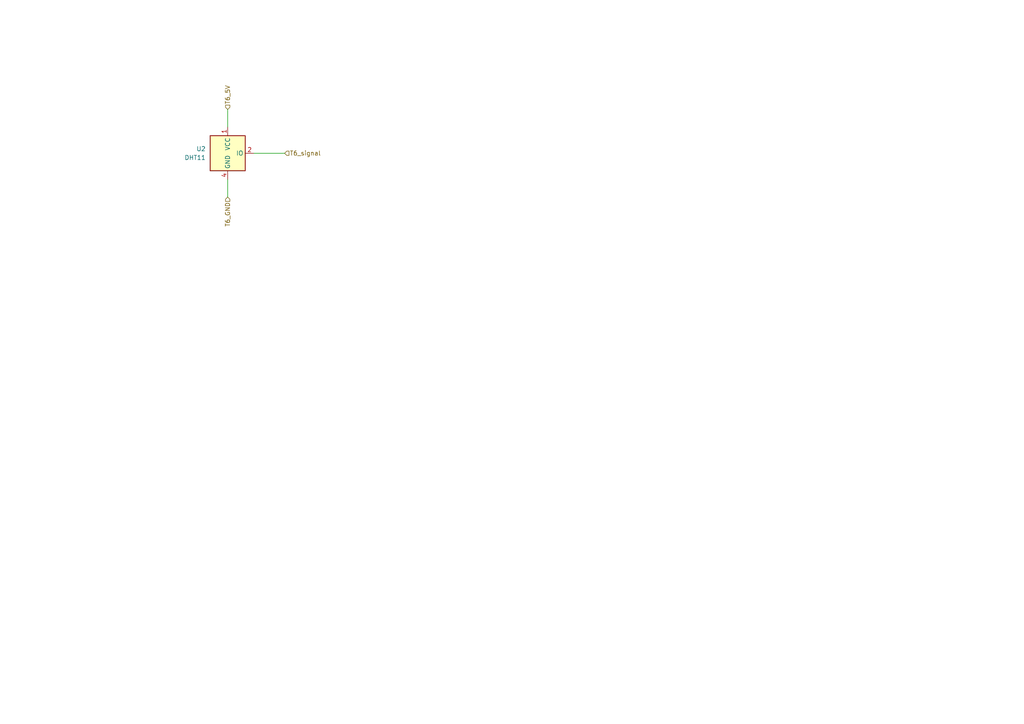
<source format=kicad_sch>
(kicad_sch (version 20230121) (generator eeschema)
  (paper "A4")
  (lib_symbols
    (symbol "Sensor:DHT11"
      (property "Reference" "U" (at -3.81 6.35 0))
      (property "Value" "DHT11" (at 3.81 6.35 0))
      (symbol "DHT11_0_1"
        (rectangle (start -5.08 5.08) (end 5.08 -5.08) (stroke (width 0.254)) (fill (type background)))
      )
      (symbol "DHT11_1_1"
        (pin power_in line (at 0 7.62 270) (length 2.54) (name "VCC") (number "1"))
        (pin bidirectional line (at 7.62 0 180) (length 2.54) (name "IO") (number "2"))
        (pin no_connect line (at -5.08 0 0) (length 2.54) hide (name "NC") (number "3"))
        (pin power_in line (at 0 -7.62 90) (length 2.54) (name "GND") (number "4"))
      )
    )
  )
  (wire (pts (xy 73.66 44.45) (xy 82.55 44.45)))
  (wire (pts (xy 66.04 31.75) (xy 66.04 36.83)))
  (wire (pts (xy 66.04 52.07) (xy 66.04 57.15)))
  (hierarchical_label "T6_signal" (shape input) (at 82.55 44.45 0))
  (hierarchical_label "T6_GND" (shape input) (at 66.04 57.15 270))
  (hierarchical_label "T6_5V" (shape input) (at 66.04 31.75 90))
  (symbol (lib_id "Sensor:DHT11") (at 66.04 44.45 0) (unit 1)
    (property "Reference" "U2" (at 59.69 43.18 0) (effects (justify right)))
    (property "Value" "DHT11" (at 59.69 45.72 0) (effects (justify right)))
    (property "Footprint" "Sensor:Aosong_DHT11_5.5x12.0_P2.54mm" (effects hide))
    (property "Datasheet" "http://akizukidenshi.com/download/ds/aosong/DHT11.pdf" (effects hide))
    (instances (project "MRS_Strathvoyager_2" (path "" (reference "U2") (unit 1)) (path "" (reference "T2") (unit 1)) (path "" (reference "U8") (unit 1))))
  )
)
</source>
